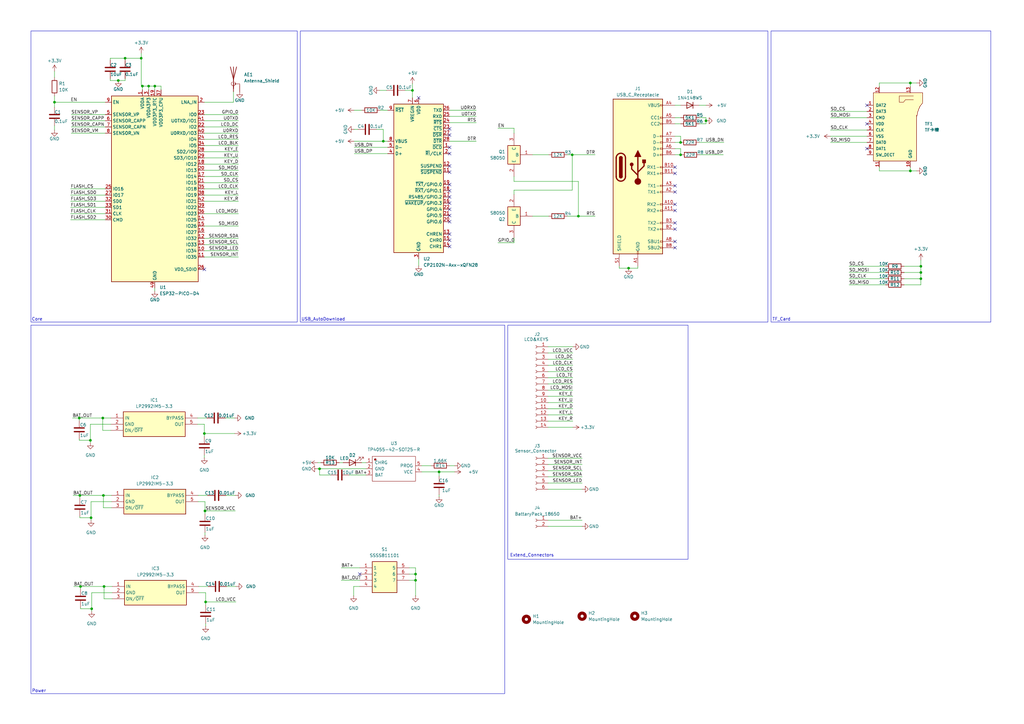
<source format=kicad_sch>
(kicad_sch (version 20231120) (generator "eeschema") (generator_version "8.0")
  (paper "A3")
  (junction (at 377.698 111.76))
  (junction (at 84.328 246.888))
  (junction (at 373.38 70.104))
  (junction (at 237.236 88.646))
  (junction (at 32.766 203.2))
  (junction (at 58.42 35.306))
  (junction (at 37.592 249.682))
  (junction (at 33.02 240.538))
  (junction (at 42.418 203.2))
  (junction (at 169.164 37.084))
  (junction (at 279.146 58.42))
  (junction (at 373.38 34.036))
  (junction (at 48.514 33.02))
  (junction (at 32.512 171.45))
  (junction (at 42.164 171.45))
  (junction (at 63.5 35.306))
  (junction (at 57.912 23.876))
  (junction (at 37.084 180.594))
  (junction (at 257.81 109.982))
  (junction (at 131.064 192.278))
  (junction (at 234.696 63.5))
  (junction (at 83.82 177.8))
  (junction (at 289.56 49.53))
  (junction (at 84.074 209.55))
  (junction (at 279.146 63.5))
  (junction (at 377.698 114.3))
  (junction (at 180.086 193.548))
  (junction (at 170.434 235.458))
  (junction (at 37.338 212.344))
  (junction (at 51.308 23.876))
  (junction (at 42.672 240.538))
  (junction (at 22.352 41.91))
  (junction (at 377.698 109.22))
  (junction (at 60.96 35.306))
  (junction (at 157.226 57.912))
  (junction (at 170.434 237.998))
  (no_connect (at 355.6 43.18))
  (no_connect (at 184.404 96.012))
  (no_connect (at 355.6 60.96))
  (no_connect (at 184.404 60.452))
  (no_connect (at 276.86 91.44))
  (no_connect (at 184.404 78.232))
  (no_connect (at 276.86 71.12))
  (no_connect (at 184.404 55.372))
  (no_connect (at 276.86 76.2))
  (no_connect (at 184.404 70.612))
  (no_connect (at 184.404 80.772))
  (no_connect (at 276.86 101.6))
  (no_connect (at 184.404 83.312))
  (no_connect (at 171.704 40.132))
  (no_connect (at 184.404 101.092))
  (no_connect (at 184.404 75.692))
  (no_connect (at 184.404 90.932))
  (no_connect (at 276.86 68.58))
  (no_connect (at 276.86 86.36))
  (no_connect (at 276.86 83.82))
  (no_connect (at 184.404 85.852))
  (no_connect (at 147.574 235.458))
  (no_connect (at 276.86 99.06))
  (no_connect (at 184.404 88.392))
  (no_connect (at 184.404 68.072))
  (no_connect (at 276.86 78.74))
  (no_connect (at 355.6 50.8))
  (no_connect (at 184.404 52.832))
  (no_connect (at 184.404 62.992))
  (no_connect (at 184.404 98.552))
  (no_connect (at 276.86 93.98))
  (no_connect (at 83.82 110.49))
  (wire (pts (xy 83.82 69.85) (xy 97.79 69.85)))
  (wire (pts (xy 145.288 60.452) (xy 159.004 60.452)))
  (wire (pts (xy 28.956 82.55) (xy 43.18 82.55)))
  (wire (pts (xy 340.614 55.88) (xy 355.6 55.88)))
  (wire (pts (xy 83.82 52.07) (xy 97.79 52.07)))
  (wire (pts (xy 234.95 162.56) (xy 224.79 162.56)))
  (wire (pts (xy 171.704 108.966) (xy 171.704 106.172)))
  (wire (pts (xy 83.82 57.15) (xy 97.79 57.15)))
  (wire (pts (xy 377.698 114.3) (xy 377.698 111.76)))
  (wire (pts (xy 360.68 70.104) (xy 373.38 70.104)))
  (wire (pts (xy 42.672 245.618) (xy 42.672 240.538)))
  (wire (pts (xy 377.698 111.76) (xy 377.698 109.22)))
  (wire (pts (xy 37.338 205.74) (xy 37.338 212.344)))
  (wire (pts (xy 83.82 67.31) (xy 97.79 67.31)))
  (wire (pts (xy 45.212 23.876) (xy 51.308 23.876)))
  (wire (pts (xy 83.82 177.8) (xy 83.82 179.07)))
  (wire (pts (xy 166.116 37.084) (xy 169.164 37.084)))
  (wire (pts (xy 32.512 180.594) (xy 37.084 180.594)))
  (wire (pts (xy 139.954 237.998) (xy 147.574 237.998)))
  (wire (pts (xy 51.308 23.876) (xy 57.912 23.876)))
  (wire (pts (xy 224.79 213.36) (xy 238.76 213.36)))
  (wire (pts (xy 373.38 70.104) (xy 373.38 68.58)))
  (wire (pts (xy 95.758 37.592) (xy 95.758 41.91)))
  (wire (pts (xy 45.212 24.638) (xy 45.212 23.876)))
  (wire (pts (xy 155.702 37.084) (xy 158.496 37.084)))
  (wire (pts (xy 81.026 173.99) (xy 83.82 173.99)))
  (wire (pts (xy 29.21 54.61) (xy 43.18 54.61)))
  (wire (pts (xy 180.086 193.548) (xy 172.974 193.548)))
  (wire (pts (xy 130.302 189.738) (xy 131.572 189.738)))
  (wire (pts (xy 51.308 23.876) (xy 51.308 24.638)))
  (wire (pts (xy 28.956 87.63) (xy 43.18 87.63)))
  (wire (pts (xy 261.62 109.982) (xy 257.81 109.982)))
  (wire (pts (xy 373.38 34.036) (xy 360.68 34.036)))
  (wire (pts (xy 45.212 32.258) (xy 45.212 33.02)))
  (wire (pts (xy 145.288 57.912) (xy 157.226 57.912)))
  (wire (pts (xy 279.146 43.18) (xy 276.86 43.18)))
  (wire (pts (xy 143.256 194.818) (xy 150.114 194.818)))
  (wire (pts (xy 234.95 149.86) (xy 224.79 149.86)))
  (wire (pts (xy 238.76 198.12) (xy 224.79 198.12)))
  (wire (pts (xy 234.95 170.18) (xy 224.79 170.18)))
  (wire (pts (xy 234.95 160.02) (xy 224.79 160.02)))
  (wire (pts (xy 234.95 172.72) (xy 224.79 172.72)))
  (wire (pts (xy 180.086 203.708) (xy 180.086 202.946)))
  (wire (pts (xy 224.79 187.96) (xy 238.76 187.96)))
  (wire (pts (xy 96.774 240.538) (xy 92.964 240.538)))
  (wire (pts (xy 238.76 195.58) (xy 224.79 195.58)))
  (wire (pts (xy 234.95 157.48) (xy 224.79 157.48)))
  (wire (pts (xy 224.79 190.5) (xy 238.76 190.5)))
  (wire (pts (xy 286.766 50.8) (xy 289.56 50.8)))
  (wire (pts (xy 29.21 46.99) (xy 43.18 46.99)))
  (wire (pts (xy 279.146 48.26) (xy 276.86 48.26)))
  (wire (pts (xy 37.338 212.344) (xy 37.338 213.36)))
  (wire (pts (xy 42.672 240.538) (xy 45.974 240.538)))
  (wire (pts (xy 218.44 63.5) (xy 225.044 63.5)))
  (wire (pts (xy 83.82 102.87) (xy 97.79 102.87)))
  (wire (pts (xy 84.074 205.74) (xy 84.074 209.55)))
  (wire (pts (xy 375.92 34.036) (xy 373.38 34.036)))
  (wire (pts (xy 84.074 219.456) (xy 84.074 218.44)))
  (wire (pts (xy 37.084 180.594) (xy 37.084 181.61)))
  (wire (pts (xy 83.82 72.39) (xy 97.79 72.39)))
  (wire (pts (xy 287.02 63.5) (xy 296.672 63.5)))
  (wire (pts (xy 131.064 194.818) (xy 131.064 192.278)))
  (wire (pts (xy 84.328 246.888) (xy 96.774 246.888)))
  (wire (pts (xy 186.436 191.008) (xy 184.404 191.008)))
  (wire (pts (xy 84.328 246.888) (xy 84.328 248.158)))
  (wire (pts (xy 377.698 116.84) (xy 377.698 114.3)))
  (wire (pts (xy 85.344 240.538) (xy 81.534 240.538)))
  (wire (pts (xy 66.04 35.306) (xy 63.5 35.306)))
  (wire (pts (xy 169.164 34.29) (xy 169.164 37.084)))
  (wire (pts (xy 83.82 64.77) (xy 97.79 64.77)))
  (wire (pts (xy 237.236 74.422) (xy 237.236 88.646)))
  (wire (pts (xy 32.766 203.2) (xy 42.418 203.2)))
  (wire (pts (xy 37.084 173.99) (xy 37.084 180.594)))
  (wire (pts (xy 155.956 45.212) (xy 159.004 45.212)))
  (wire (pts (xy 29.21 52.07) (xy 43.18 52.07)))
  (wire (pts (xy 289.56 43.18) (xy 286.766 43.18)))
  (wire (pts (xy 169.164 37.084) (xy 169.164 40.132)))
  (wire (pts (xy 130.302 192.278) (xy 131.064 192.278)))
  (wire (pts (xy 234.95 154.94) (xy 224.79 154.94)))
  (wire (pts (xy 370.84 111.76) (xy 377.698 111.76)))
  (wire (pts (xy 170.434 232.918) (xy 170.434 235.458)))
  (wire (pts (xy 63.5 35.306) (xy 63.5 36.83)))
  (wire (pts (xy 66.04 36.83) (xy 66.04 35.306)))
  (wire (pts (xy 139.192 189.738) (xy 140.716 189.738)))
  (wire (pts (xy 279.146 60.96) (xy 279.146 63.5)))
  (wire (pts (xy 131.064 192.278) (xy 150.114 192.278)))
  (wire (pts (xy 157.226 57.912) (xy 159.004 57.912)))
  (wire (pts (xy 32.512 171.45) (xy 42.164 171.45)))
  (wire (pts (xy 204.216 52.578) (xy 210.82 52.578)))
  (wire (pts (xy 29.21 49.53) (xy 43.18 49.53)))
  (wire (pts (xy 22.352 29.21) (xy 22.352 31.75)))
  (wire (pts (xy 22.352 53.34) (xy 22.352 51.562)))
  (wire (pts (xy 348.234 109.22) (xy 363.22 109.22)))
  (wire (pts (xy 348.234 111.76) (xy 363.22 111.76)))
  (wire (pts (xy 148.336 189.738) (xy 150.114 189.738)))
  (wire (pts (xy 238.76 193.04) (xy 224.79 193.04)))
  (wire (pts (xy 370.84 116.84) (xy 377.698 116.84)))
  (wire (pts (xy 340.614 45.72) (xy 355.6 45.72)))
  (wire (pts (xy 154.432 53.086) (xy 157.226 53.086)))
  (wire (pts (xy 170.434 235.458) (xy 170.434 237.998)))
  (wire (pts (xy 37.592 243.078) (xy 37.592 249.682)))
  (wire (pts (xy 279.146 55.88) (xy 279.146 58.42)))
  (wire (pts (xy 234.95 165.1) (xy 224.79 165.1)))
  (wire (pts (xy 289.56 48.26) (xy 289.56 49.53)))
  (wire (pts (xy 195.326 57.912) (xy 184.404 57.912)))
  (wire (pts (xy 57.912 21.844) (xy 57.912 23.876)))
  (wire (pts (xy 83.82 80.01) (xy 97.79 80.01)))
  (wire (pts (xy 32.512 180.086) (xy 32.512 180.594)))
  (wire (pts (xy 45.466 176.53) (xy 42.164 176.53)))
  (wire (pts (xy 45.72 208.28) (xy 42.418 208.28)))
  (wire (pts (xy 32.766 204.216) (xy 32.766 203.2)))
  (wire (pts (xy 167.894 235.458) (xy 170.434 235.458)))
  (wire (pts (xy 33.02 249.174) (xy 33.02 249.682)))
  (wire (pts (xy 254 109.22) (xy 254 109.982)))
  (wire (pts (xy 28.956 90.17) (xy 43.18 90.17)))
  (wire (pts (xy 33.02 240.538) (xy 42.672 240.538)))
  (wire (pts (xy 83.82 100.33) (xy 97.79 100.33)))
  (wire (pts (xy 63.5 118.11) (xy 63.5 119.38)))
  (wire (pts (xy 232.664 88.646) (xy 237.236 88.646)))
  (wire (pts (xy 28.956 80.01) (xy 43.18 80.01)))
  (wire (pts (xy 51.308 32.258) (xy 51.308 33.02)))
  (wire (pts (xy 60.96 36.83) (xy 60.96 35.306)))
  (wire (pts (xy 42.418 203.2) (xy 45.72 203.2)))
  (wire (pts (xy 210.82 72.39) (xy 210.82 74.422)))
  (wire (pts (xy 33.02 241.554) (xy 33.02 240.538)))
  (wire (pts (xy 83.82 177.8) (xy 96.266 177.8)))
  (wire (pts (xy 83.82 77.47) (xy 97.79 77.47)))
  (wire (pts (xy 42.418 208.28) (xy 42.418 203.2)))
  (wire (pts (xy 340.614 58.42) (xy 355.6 58.42)))
  (wire (pts (xy 37.592 249.682) (xy 37.592 250.698)))
  (wire (pts (xy 57.912 23.876) (xy 57.912 35.306)))
  (wire (pts (xy 276.86 60.96) (xy 279.146 60.96)))
  (wire (pts (xy 85.09 203.2) (xy 81.28 203.2)))
  (wire (pts (xy 139.954 232.918) (xy 147.574 232.918)))
  (wire (pts (xy 96.52 203.2) (xy 92.71 203.2)))
  (wire (pts (xy 42.164 176.53) (xy 42.164 171.45)))
  (wire (pts (xy 58.42 35.306) (xy 57.912 35.306)))
  (wire (pts (xy 83.82 82.55) (xy 97.79 82.55)))
  (wire (pts (xy 96.266 171.45) (xy 92.456 171.45)))
  (wire (pts (xy 28.956 85.09) (xy 43.18 85.09)))
  (wire (pts (xy 42.164 171.45) (xy 45.466 171.45)))
  (wire (pts (xy 289.56 50.8) (xy 289.56 49.53)))
  (wire (pts (xy 84.328 256.794) (xy 84.328 255.778)))
  (wire (pts (xy 145.034 240.538) (xy 147.574 240.538)))
  (wire (pts (xy 340.614 48.26) (xy 355.6 48.26)))
  (wire (pts (xy 83.82 62.23) (xy 97.79 62.23)))
  (wire (pts (xy 210.82 54.61) (xy 210.82 52.578)))
  (wire (pts (xy 45.974 245.618) (xy 42.672 245.618)))
  (wire (pts (xy 261.62 109.22) (xy 261.62 109.982)))
  (wire (pts (xy 135.636 194.818) (xy 131.064 194.818)))
  (wire (pts (xy 286.766 48.26) (xy 289.56 48.26)))
  (wire (pts (xy 145.288 62.992) (xy 159.004 62.992)))
  (wire (pts (xy 83.82 41.91) (xy 95.758 41.91)))
  (wire (pts (xy 22.352 41.91) (xy 22.352 43.942)))
  (wire (pts (xy 170.434 237.998) (xy 170.434 244.348)))
  (wire (pts (xy 234.696 63.5) (xy 244.094 63.5)))
  (wire (pts (xy 377.698 109.22) (xy 377.698 106.68)))
  (wire (pts (xy 276.86 55.88) (xy 279.146 55.88)))
  (wire (pts (xy 33.02 249.682) (xy 37.592 249.682)))
  (wire (pts (xy 234.696 77.978) (xy 234.696 63.5)))
  (wire (pts (xy 51.308 33.02) (xy 48.514 33.02)))
  (wire (pts (xy 340.614 53.34) (xy 355.6 53.34)))
  (wire (pts (xy 83.82 173.99) (xy 83.82 177.8)))
  (wire (pts (xy 195.326 45.212) (xy 184.404 45.212)))
  (wire (pts (xy 286.766 58.42) (xy 296.926 58.42)))
  (wire (pts (xy 170.434 237.998) (xy 167.894 237.998)))
  (wire (pts (xy 234.95 175.26) (xy 224.79 175.26)))
  (wire (pts (xy 234.95 167.64) (xy 224.79 167.64)))
  (wire (pts (xy 45.72 205.74) (xy 37.338 205.74)))
  (wire (pts (xy 157.226 53.086) (xy 157.226 57.912)))
  (wire (pts (xy 279.146 63.5) (xy 279.4 63.5)))
  (wire (pts (xy 375.92 70.104) (xy 373.38 70.104)))
  (wire (pts (xy 29.718 171.45) (xy 32.512 171.45)))
  (wire (pts (xy 84.836 171.45) (xy 81.026 171.45)))
  (wire (pts (xy 83.82 92.71) (xy 97.79 92.71)))
  (wire (pts (xy 360.68 68.58) (xy 360.68 70.104)))
  (wire (pts (xy 83.82 105.41) (xy 97.79 105.41)))
  (wire (pts (xy 254 109.982) (xy 257.81 109.982)))
  (wire (pts (xy 195.326 50.292) (xy 184.404 50.292)))
  (wire (pts (xy 224.79 144.78) (xy 234.95 144.78)))
  (wire (pts (xy 232.664 63.5) (xy 234.696 63.5)))
  (wire (pts (xy 373.38 35.56) (xy 373.38 34.036)))
  (wire (pts (xy 28.956 77.47) (xy 43.18 77.47)))
  (wire (pts (xy 218.44 88.646) (xy 225.044 88.646)))
  (wire (pts (xy 237.236 88.646) (xy 244.094 88.646)))
  (wire (pts (xy 279.146 58.42) (xy 276.86 58.42)))
  (wire (pts (xy 348.234 116.84) (xy 363.22 116.84)))
  (wire (pts (xy 81.28 205.74) (xy 84.074 205.74)))
  (wire (pts (xy 238.76 215.9) (xy 224.79 215.9)))
  (wire (pts (xy 45.466 173.99) (xy 37.084 173.99)))
  (wire (pts (xy 234.95 147.32) (xy 224.79 147.32)))
  (wire (pts (xy 22.352 41.91) (xy 43.18 41.91)))
  (wire (pts (xy 234.95 152.4) (xy 224.79 152.4)))
  (wire (pts (xy 45.212 33.02) (xy 48.514 33.02)))
  (wire (pts (xy 83.82 74.93) (xy 97.79 74.93)))
  (wire (pts (xy 32.512 172.466) (xy 32.512 171.45)))
  (wire (pts (xy 22.352 39.37) (xy 22.352 41.91)))
  (wire (pts (xy 83.82 87.63) (xy 97.79 87.63)))
  (wire (pts (xy 83.82 46.99) (xy 97.79 46.99)))
  (wire (pts (xy 45.974 243.078) (xy 37.592 243.078)))
  (wire (pts (xy 84.074 209.55) (xy 84.074 210.82)))
  (wire (pts (xy 210.82 74.422) (xy 237.236 74.422)))
  (wire (pts (xy 370.84 109.22) (xy 377.698 109.22)))
  (wire (pts (xy 145.034 244.348) (xy 145.034 240.538)))
  (wire (pts (xy 370.84 114.3) (xy 377.698 114.3)))
  (wire (pts (xy 180.086 195.326) (xy 180.086 193.548)))
  (wire (pts (xy 83.82 49.53) (xy 97.79 49.53)))
  (wire (pts (xy 83.82 54.61) (xy 97.79 54.61)))
  (wire (pts (xy 30.226 240.538) (xy 33.02 240.538)))
  (wire (pts (xy 167.894 232.918) (xy 170.434 232.918)))
  (wire (pts (xy 145.288 45.212) (xy 148.336 45.212)))
  (wire (pts (xy 32.766 212.344) (xy 37.338 212.344)))
  (wire (pts (xy 210.82 79.756) (xy 210.82 77.978)))
  (wire (pts (xy 32.766 211.836) (xy 32.766 212.344)))
  (wire (pts (xy 145.288 53.086) (xy 146.812 53.086)))
  (wire (pts (xy 83.82 59.69) (xy 97.79 59.69)))
  (wire (pts (xy 81.534 243.078) (xy 84.328 243.078)))
  (wire (pts (xy 279.146 63.5) (xy 276.86 63.5)))
  (wire (pts (xy 84.074 209.55) (xy 96.52 209.55)))
  (wire (pts (xy 29.972 203.2) (xy 32.766 203.2)))
  (wire (pts (xy 186.436 193.548) (xy 180.086 193.548)))
  (wire (pts (xy 60.96 35.306) (xy 63.5 35.306)))
  (wire (pts (xy 83.82 97.79) (xy 97.79 97.79)))
  (wire (pts (xy 360.68 34.036) (xy 360.68 35.56)))
  (wire (pts (xy 238.76 200.66) (xy 224.79 200.66)))
  (wire (pts (xy 204.216 99.568) (xy 210.82 99.568)))
  (wire (pts (xy 84.328 243.078) (xy 84.328 246.888)))
  (wire (pts (xy 234.95 142.24) (xy 224.79 142.24)))
  (wire (pts (xy 58.42 35.306) (xy 60.96 35.306)))
  (wire (pts (xy 210.82 97.536) (xy 210.82 99.568)))
  (wire (pts (xy 58.42 35.306) (xy 58.42 36.83)))
  (wire (pts (xy 279.146 50.8) (xy 276.86 50.8)))
  (wire (pts (xy 210.82 77.978) (xy 234.696 77.978)))
  (wire (pts (xy 176.784 191.008) (xy 172.974 191.008)))
  (wire (pts (xy 348.234 114.3) (xy 363.22 114.3)))
  (wire (pts (xy 83.82 187.706) (xy 83.82 186.69)))
  (wire (pts (xy 195.326 47.752) (xy 184.404 47.752)))
  (rectangle (start 316.23 12.7) (end 406.4 132.08))
  (rectangle (start 12.7 133.35) (end 207.01 284.48))
  (rectangle (start 208.28 133.35) (end 282.194 229.362))
  (rectangle (start 12.7 12.7) (end 121.92 132.08))
  (rectangle (start 123.19 12.7) (end 314.96 132.08))
  (text "TF_Card" (at 320.548 131.064 0) (effects (font (size 1.27 1.27))))
  (text "Extend_Connectors" (at 218.186 227.838 0) (effects (font (size 1.27 1.27))))
  (text "USB_AutoDownload" (at 132.588 131.064 0) (effects (font (size 1.27 1.27))))
  (text "Power" (at 16.002 283.464 0) (effects (font (size 1.27 1.27))))
  (text "Core" (at 15.24 131.064 0) (effects (font (size 1.27 1.27))))
  (label "SD_MOSI" (at 348.234 111.76 0))
  (label "SD_MISO" (at 97.79 92.71 180))
  (label "BAT+" (at 145.542 194.818 0))
  (label "SENSOR_VP" (at 29.21 46.99 0))
  (label "U0TXD" (at 97.79 49.53 180))
  (label "SENSOR_INT" (at 97.79 105.41 180))
  (label "LCD_MOSI" (at 234.95 160.02 180))
  (label "LCD_VCC" (at 96.774 246.888 180))
  (label "SENSOR_VCC" (at 96.52 209.55 180))
  (label "KEY_L" (at 97.79 80.01 180))
  (label "RTS" (at 195.326 50.292 180))
  (label "FLASH_SD3" (at 28.956 82.55 0))
  (label "U0RXD" (at 97.79 54.61 180))
  (label "SENSOR_LED" (at 97.79 102.87 180))
  (label "USB_DP" (at 145.288 62.992 0))
  (label "LCD_RES" (at 97.79 57.15 180))
  (label "BAT_OUT" (at 29.718 171.45 0))
  (label "FLASH_SD1" (at 28.956 85.09 0))
  (label "SENSOR_CAPN" (at 29.21 52.07 0))
  (label "EN" (at 204.216 52.578 0))
  (label "FLASH_CLK" (at 28.956 87.63 0))
  (label "SENSOR_SCL" (at 238.76 193.04 180))
  (label "SENSOR_SDA" (at 238.76 195.58 180))
  (label "SD_CLK" (at 348.234 114.3 0))
  (label "BAT+" (at 238.76 213.36 180))
  (label "KEY_D" (at 234.95 167.64 180))
  (label "LCD_CS" (at 234.95 152.4 180))
  (label "LCD_DC" (at 97.79 52.07 180))
  (label "SD_MISO" (at 348.234 116.84 0))
  (label "BAT_OUT" (at 139.954 237.998 0))
  (label "FLASH_SD0" (at 28.956 80.01 0))
  (label "U0RXD" (at 195.326 45.212 180))
  (label "SENSOR_SCL" (at 97.79 100.33 180))
  (label "KEY_E" (at 234.95 162.56 180))
  (label "SENSOR_VM" (at 29.21 54.61 0))
  (label "SENSOR_CAPP" (at 29.21 49.53 0))
  (label "KEY_D" (at 97.79 67.31 180))
  (label "BAT_OUT" (at 30.226 240.538 0))
  (label "KEY_R" (at 97.79 82.55 180))
  (label "SD_MOSI" (at 340.614 48.26 0))
  (label "LCD_CLK" (at 234.95 149.86 180))
  (label "LCD_DC" (at 234.95 147.32 180))
  (label "GPIO_0" (at 97.79 46.99 180))
  (label "FLASH_CS" (at 28.956 77.47 0))
  (label "KEY_E" (at 97.79 62.23 180))
  (label "SD_CS" (at 340.614 45.72 0))
  (label "LCD_TE" (at 234.95 154.94 180))
  (label "DTR" (at 195.326 57.912 180))
  (label "BAT+" (at 139.954 232.918 0))
  (label "LCD_VCC" (at 234.95 144.78 180))
  (label "BAT_OUT" (at 29.972 203.2 0))
  (label "EN" (at 28.956 41.91 0))
  (label "GPIO_0" (at 204.216 99.568 0))
  (label "USB_DN" (at 296.926 58.42 180))
  (label "U0TXD" (at 195.326 47.752 180))
  (label "SD_MOSI" (at 97.79 69.85 180))
  (label "KEY_U" (at 234.95 165.1 180))
  (label "KEY_R" (at 234.95 172.72 180))
  (label "SD_CS" (at 97.79 74.93 180))
  (label "SENSOR_SDA" (at 97.79 97.79 180))
  (label "USB_DP" (at 296.672 63.5 180))
  (label "SENSOR_VCC" (at 238.76 187.96 180))
  (label "LCD_RES" (at 234.95 157.48 180))
  (label "SD_CLK" (at 340.614 53.34 0))
  (label "SD_CLK" (at 97.79 72.39 180))
  (label "RTS" (at 244.094 88.646 180))
  (label "KEY_U" (at 97.79 64.77 180))
  (label "USB_DN" (at 145.288 60.452 0))
  (label "DTR" (at 244.094 63.5 180))
  (label "LCD_MOSI" (at 97.79 87.63 180))
  (label "SENSOR_INT" (at 238.76 190.5 180))
  (label "LCD_CLK" (at 97.79 77.47 180))
  (label "SD_CS" (at 348.234 109.22 0))
  (label "SD_MISO" (at 340.614 58.42 0))
  (label "SENSOR_LED" (at 238.76 198.12 180))
  (label "FLASH_SD2" (at 28.956 90.17 0))
  (label "LCD_BLK" (at 97.79 59.69 180))
  (label "KEY_L" (at 234.95 170.18 180))
  (symbol (lib_id "power:GND") (at 375.92 70.104 90) (unit 1)
    (property "Reference" "#PWR029" (effects (hide yes)))
    (property "Value" "GND" (at 379.476 70.104 0))
  )
  (symbol (lib_id "SamacSys_Parts:LP2992IM5-3.3") (at 45.974 240.538 0) (unit 1)
    (property "Reference" "IC3" (at 63.754 233.172 0))
    (property "Value" "LP2992IM5-3.3" (at 63.754 235.712 0))
    (property "Footprint" "SOT95P280X145-5N" (effects (hide yes)))
    (property "Datasheet" "https://www.arrow.com/en/products/lp2992im5-3.3/texas-instruments" (effects (hide yes)))
    (property "Height" "1.45" (effects (hide yes)))
    (property "Manufacturer_Name" "Texas Instruments" (effects (hide yes)))
    (property "Manufacturer_Part_Number" "LP2992IM5-3.3" (effects (hide yes)))
    (property "Mouser Part Number" "926-LP2992IM5-33" (effects (hide yes)))
    (property "Mouser Price/Stock" "https://www.mouser.co.uk/ProductDetail/Texas-Instruments/LP2992IM5-33?qs=1FNqv8aZn1QY2f6tBFhcqg%3D%3D" (effects (hide yes)))
    (property "Arrow Part Number" "LP2992IM5-3.3" (effects (hide yes)))
    (property "Arrow Price/Stock" "https://www.arrow.com/en/products/lp2992im5-3.3/texas-instruments" (effects (hide yes)))
  )
  (symbol (lib_id "power:GND") (at 98.298 37.592 0) (unit 1)
    (property "Reference" "#PWR06" (effects (hide yes)))
    (property "Value" "GND" (at 98.298 41.148 0))
  )
  (symbol (lib_id "Device:R") (at 228.854 88.646 90) (unit 1)
    (property "Reference" "R4" (at 232.918 87.63 90))
    (property "Value" "12K" (at 228.854 88.646 90))
    (property "Footprint" "Resistor_SMD:R_0603_1608Metric" (effects (hide yes)))
  )
  (symbol (lib_id "kicad_lceda:TF卡槽") (at 367.03 52.07 270) (unit 1)
    (property "Reference" "TF1" (at 379.222 50.8 90) (effects (justify left)))
    (property "Value" "TF卡槽" (at 379.222 53.34 90) (effects (justify left)))
    (property "Footprint" "kicad_lceda1:TF卡槽" (effects (hide yes)))
    (property "uuid" "std:11ba7b1a7aea4914bbc126b9367620a9" (effects (hide yes)))
  )
  (symbol (lib_id "SamacSys_Parts:LP2992IM5-3.3") (at 45.72 203.2 0) (unit 1)
    (property "Reference" "IC2" (at 63.5 195.834 0))
    (property "Value" "LP2992IM5-3.3" (at 63.5 198.374 0))
    (property "Footprint" "SOT95P280X145-5N" (effects (hide yes)))
    (property "Datasheet" "https://www.arrow.com/en/products/lp2992im5-3.3/texas-instruments" (effects (hide yes)))
    (property "Height" "1.45" (effects (hide yes)))
    (property "Manufacturer_Name" "Texas Instruments" (effects (hide yes)))
    (property "Manufacturer_Part_Number" "LP2992IM5-3.3" (effects (hide yes)))
    (property "Mouser Part Number" "926-LP2992IM5-33" (effects (hide yes)))
    (property "Mouser Price/Stock" "https://www.mouser.co.uk/ProductDetail/Texas-Instruments/LP2992IM5-33?qs=1FNqv8aZn1QY2f6tBFhcqg%3D%3D" (effects (hide yes)))
    (property "Arrow Part Number" "LP2992IM5-3.3" (effects (hide yes)))
    (property "Arrow Price/Stock" "https://www.arrow.com/en/products/lp2992im5-3.3/texas-instruments" (effects (hide yes)))
  )
  (symbol (lib_id "power:+5V") (at 186.436 193.548 270) (unit 1)
    (property "Reference" "#PWR034" (effects (hide yes)))
    (property "Value" "+5V" (at 192.024 193.548 90) (effects (justify left)))
  )
  (symbol (lib_id "Device:C") (at 84.074 214.63 0) (unit 1)
    (property "Reference" "C10" (at 84.328 212.598 0) (effects (justify left)))
    (property "Value" "1uF" (at 84.328 216.916 0) (effects (justify left)))
    (property "Footprint" "Capacitor_SMD:C_0603_1608Metric" (effects (hide yes)))
  )
  (symbol (lib_id "Device:R") (at 152.146 45.212 90) (unit 1)
    (property "Reference" "R2" (at 156.21 44.196 90))
    (property "Value" "10K" (at 152.146 45.212 90))
    (property "Footprint" "Resistor_SMD:R_0603_1608Metric" (effects (hide yes)))
  )
  (symbol (lib_id "power:GND") (at 238.76 200.66 90) (unit 1)
    (property "Reference" "#PWR039" (effects (hide yes)))
    (property "Value" "GND" (at 241.554 200.66 90) (effects (justify right)))
  )
  (symbol (lib_id "power:+5V") (at 145.288 57.912 90) (unit 1)
    (property "Reference" "#PWR09" (effects (hide yes)))
    (property "Value" "+5V" (at 141.224 57.912 90) (effects (justify left)))
  )
  (symbol (lib_id "power:+3.3V") (at 22.352 29.21 0) (unit 1)
    (property "Reference" "#PWR01" (effects (hide yes)))
    (property "Value" "+3.3V" (at 22.352 24.892 0))
  )
  (symbol (lib_id "power:GND") (at 96.774 240.538 90) (unit 1)
    (property "Reference" "#PWR025" (effects (hide yes)))
    (property "Value" "GND" (at 100.838 240.538 90) (effects (justify right)))
  )
  (symbol (lib_id "power:GND") (at 234.95 142.24 90) (unit 1)
    (property "Reference" "#PWR035" (effects (hide yes)))
    (property "Value" "GND" (at 237.744 142.24 90) (effects (justify right)))
  )
  (symbol (lib_id "power:GND") (at 180.086 203.708 0) (unit 1)
    (property "Reference" "#PWR032" (effects (hide yes)))
    (property "Value" "GND" (at 180.086 207.264 0))
  )
  (symbol (lib_id "power:GND") (at 48.514 33.02 0) (unit 1)
    (property "Reference" "#PWR03" (effects (hide yes)))
    (property "Value" "GND" (at 48.514 36.576 0))
  )
  (symbol (lib_id "Device:C") (at 139.446 194.818 90) (unit 1)
    (property "Reference" "C15" (at 138.176 193.802 90) (effects (justify left)))
    (property "Value" "10uF" (at 145.288 193.802 90) (effects (justify left)))
    (property "Footprint" "Capacitor_SMD:C_0603_1608Metric" (effects (hide yes)))
  )
  (symbol (lib_id "power:GND") (at 96.266 171.45 90) (unit 1)
    (property "Reference" "#PWR022" (effects (hide yes)))
    (property "Value" "GND" (at 100.33 171.45 90) (effects (justify right)))
  )
  (symbol (lib_id "power:GND") (at 37.592 250.698 0) (unit 1)
    (property "Reference" "#PWR018" (effects (hide yes)))
    (property "Value" "GND" (at 37.592 255.778 0))
  )
  (symbol (lib_id "Device:C") (at 84.328 251.968 0) (unit 1)
    (property "Reference" "C11" (at 84.582 249.936 0) (effects (justify left)))
    (property "Value" "1uF" (at 84.582 254.254 0) (effects (justify left)))
    (property "Footprint" "Capacitor_SMD:C_0603_1608Metric" (effects (hide yes)))
  )
  (symbol (lib_id "power:GND") (at 84.328 256.794 0) (unit 1)
    (property "Reference" "#PWR021" (effects (hide yes)))
    (property "Value" "GND" (at 84.328 261.874 0))
  )
  (symbol (lib_id "Connector:USB_C_Receptacle") (at 261.62 68.58 0) (unit 1)
    (property "Reference" "J1" (at 261.62 36.322 0))
    (property "Value" "USB_C_Receptacle" (at 261.62 38.862 0))
    (property "Footprint" "Connector_USB:USB_C_Receptacle_XKB_U262-16XN-4BVC11" (effects (hide yes)))
    (property "Datasheet" "https://www.usb.org/sites/default/files/documents/usb_type-c.zip" (effects (hide yes)))
  )
  (symbol (lib_name "GND_1") (lib_id "power:GND") (at 170.434 244.348 0) (unit 1)
    (property "Reference" "#PWR036" (effects (hide yes)))
    (property "Value" "GND" (at 170.434 249.428 0))
    (property "Description" "Power symbol creates a global label with name \"GND\" , ground" (effects (hide yes)))
  )
  (symbol (lib_id "Device:R") (at 228.854 63.5 90) (unit 1)
    (property "Reference" "R3" (at 232.918 62.484 90))
    (property "Value" "12K" (at 228.854 63.5 90))
    (property "Footprint" "Resistor_SMD:R_0603_1608Metric" (effects (hide yes)))
  )
  (symbol (lib_id "power:GND") (at 84.074 219.456 0) (unit 1)
    (property "Reference" "#PWR020" (effects (hide yes)))
    (property "Value" "GND" (at 84.074 224.536 0))
  )
  (symbol (lib_id "Device:R") (at 367.03 111.76 90) (unit 1)
    (property "Reference" "R10" (at 367.03 111.76 90))
    (property "Value" "10K" (at 362.458 110.744 90))
    (property "Footprint" "Resistor_SMD:R_0603_1608Metric" (effects (hide yes)))
  )
  (symbol (lib_id "Mechanical:MountingHole") (at 215.9 254 0) (unit 1)
    (property "Reference" "H1" (at 218.44 252.7299 0) (effects (justify left)))
    (property "Value" "MountingHole" (at 218.44 255.2699 0) (effects (justify left)))
    (property "Footprint" "MountingHole:MountingHole_2.2mm_M2" (effects (hide yes)))
    (property "Description" "Mounting Hole without connection" (effects (hide yes)))
  )
  (symbol (lib_id "Device:C") (at 32.766 208.026 0) (unit 1)
    (property "Reference" "C7" (at 33.02 205.994 0) (effects (justify left)))
    (property "Value" "1uF" (at 33.02 210.312 0) (effects (justify left)))
    (property "Footprint" "Capacitor_SMD:C_0603_1608Metric" (effects (hide yes)))
  )
  (symbol (lib_id "power:GND") (at 171.704 108.966 0) (unit 1)
    (property "Reference" "#PWR012" (effects (hide yes)))
    (property "Value" "GND" (at 171.704 112.522 0))
  )
  (symbol (lib_id "Device:C") (at 89.154 240.538 90) (unit 1)
    (property "Reference" "C14" (at 88.138 239.522 90) (effects (justify left)))
    (property "Value" "0.01uF" (at 96.774 239.522 90) (effects (justify left)))
    (property "Footprint" "Capacitor_SMD:C_0603_1608Metric" (effects (hide yes)))
  )
  (symbol (lib_id "power:+3.3V") (at 96.266 177.8 270) (unit 1)
    (property "Reference" "#PWR023" (effects (hide yes)))
    (property "Value" "+3.3V" (at 99.314 177.8 90) (effects (justify left)))
  )
  (symbol (lib_id "Device:R") (at 282.956 48.26 90) (unit 1)
    (property "Reference" "R5" (at 287.02 47.244 90))
    (property "Value" "5K1" (at 282.956 48.26 90))
    (property "Footprint" "Resistor_SMD:R_0603_1608Metric" (effects (hide yes)))
  )
  (symbol (lib_id "Device:C") (at 150.622 53.086 90) (unit 1)
    (property "Reference" "C4" (at 149.352 51.816 90) (effects (justify left)))
    (property "Value" "0.1uF" (at 157.226 51.816 90) (effects (justify left)))
    (property "Footprint" "Capacitor_SMD:C_0603_1608Metric" (effects (hide yes)))
  )
  (symbol (lib_id "SamacSys_Parts:LP2992IM5-3.3") (at 45.466 171.45 0) (unit 1)
    (property "Reference" "IC1" (at 63.246 164.084 0))
    (property "Value" "LP2992IM5-3.3" (at 63.246 166.624 0))
    (property "Footprint" "SOT95P280X145-5N" (effects (hide yes)))
    (property "Datasheet" "https://www.arrow.com/en/products/lp2992im5-3.3/texas-instruments" (effects (hide yes)))
    (property "Height" "1.45" (effects (hide yes)))
    (property "Manufacturer_Name" "Texas Instruments" (effects (hide yes)))
    (property "Manufacturer_Part_Number" "LP2992IM5-3.3" (effects (hide yes)))
    (property "Mouser Part Number" "926-LP2992IM5-33" (effects (hide yes)))
    (property "Mouser Price/Stock" "https://www.mouser.co.uk/ProductDetail/Texas-Instruments/LP2992IM5-33?qs=1FNqv8aZn1QY2f6tBFhcqg%3D%3D" (effects (hide yes)))
    (property "Arrow Part Number" "LP2992IM5-3.3" (effects (hide yes)))
    (property "Arrow Price/Stock" "https://www.arrow.com/en/products/lp2992im5-3.3/texas-instruments" (effects (hide yes)))
  )
  (symbol (lib_id "Device:C") (at 88.9 203.2 90) (unit 1)
    (property "Reference" "C13" (at 87.884 202.184 90) (effects (justify left)))
    (property "Value" "0.01uF" (at 96.52 202.184 90) (effects (justify left)))
    (property "Footprint" "Capacitor_SMD:C_0603_1608Metric" (effects (hide yes)))
  )
  (symbol (lib_id "power:+3.3V") (at 234.95 175.26 270) (unit 1)
    (property "Reference" "#PWR038" (effects (hide yes)))
    (property "Value" "+3.3V" (at 237.998 175.26 90) (effects (justify left)))
  )
  (symbol (lib_id "Device:R") (at 367.03 114.3 90) (unit 1)
    (property "Reference" "R11" (at 367.03 114.3 90))
    (property "Value" "10K" (at 362.458 113.284 90))
    (property "Footprint" "Resistor_SMD:R_0603_1608Metric" (effects (hide yes)))
  )
  (symbol (lib_id "power:GND") (at 96.52 203.2 90) (unit 1)
    (property "Reference" "#PWR024" (effects (hide yes)))
    (property "Value" "GND" (at 100.584 203.2 90) (effects (justify right)))
  )
  (symbol (lib_id "Device:R") (at 135.382 189.738 90) (unit 1)
    (property "Reference" "R13" (at 135.382 189.738 90))
    (property "Value" "10K" (at 135.382 187.706 90))
    (property "Footprint" "Resistor_SMD:R_0603_1608Metric" (effects (hide yes)))
  )
  (symbol (lib_id "power:GND") (at 63.5 119.38 0) (unit 1)
    (property "Reference" "#PWR05" (effects (hide yes)))
    (property "Value" "GND" (at 63.5 122.936 0))
  )
  (symbol (lib_id "Device:Antenna_Shield") (at 95.758 32.512 0) (unit 1)
    (property "Reference" "AE1" (at 100.076 30.607 0) (effects (justify left)))
    (property "Value" "Antenna_Shield" (at 100.076 33.147 0) (effects (justify left)))
    (property "Footprint" "RF_Antenna:Johanson_2450AT43F0100" (effects (hide yes)))
  )
  (symbol (lib_id "Device:R") (at 367.03 109.22 90) (unit 1)
    (property "Reference" "R9" (at 367.03 109.22 90))
    (property "Value" "10K" (at 362.458 108.204 90))
    (property "Footprint" "Resistor_SMD:R_0603_1608Metric" (effects (hide yes)))
  )
  (symbol (lib_id "kicad_lceda:TP4055-42-SOT25-R") (at 161.544 192.278 0) (unit 1)
    (property "Reference" "U3" (at 161.544 181.864 0))
    (property "Value" "TP4055-42-SOT25-R" (at 161.544 184.404 0))
    (property "Footprint" "kicad_lceda1:SOT-23-5_L2.9-W1.6-P0.95-LS2.8-BL" (effects (hide yes)))
    (property "SuppliersPartNumber" "C2925180" (effects (hide yes)))
    (property "uuid" "std:6f29a4b961dc4e909225a40f3dd98aae" (effects (hide yes)))
  )
  (symbol (lib_id "power:+5V") (at 145.288 45.212 90) (unit 1)
    (property "Reference" "#PWR07" (effects (hide yes)))
    (property "Value" "+5V" (at 141.224 45.212 90) (effects (justify left)))
  )
  (symbol (lib_id "Device:R") (at 282.956 50.8 90) (unit 1)
    (property "Reference" "R6" (at 287.02 49.784 90))
    (property "Value" "5K1" (at 282.956 50.8 90))
    (property "Footprint" "Resistor_SMD:R_0603_1608Metric" (effects (hide yes)))
  )
  (symbol (lib_id "Device:R") (at 367.03 116.84 90) (unit 1)
    (property "Reference" "R12" (at 367.03 116.84 90))
    (property "Value" "10K" (at 362.458 115.824 90))
    (property "Footprint" "Resistor_SMD:R_0603_1608Metric" (effects (hide yes)))
  )
  (symbol (lib_id "Device:C") (at 33.02 245.364 0) (unit 1)
    (property "Reference" "C8" (at 33.274 243.332 0) (effects (justify left)))
    (property "Value" "1uF" (at 33.274 247.65 0) (effects (justify left)))
    (property "Footprint" "Capacitor_SMD:C_0603_1608Metric" (effects (hide yes)))
  )
  (symbol (lib_id "Mechanical:MountingHole") (at 238.76 252.73 0) (unit 1)
    (property "Reference" "H2" (at 241.3 251.4599 0) (effects (justify left)))
    (property "Value" "MountingHole" (at 241.3 253.9999 0) (effects (justify left)))
    (property "Footprint" "MountingHole:MountingHole_2.2mm_M2" (effects (hide yes)))
    (property "Description" "Mounting Hole without connection" (effects (hide yes)))
  )
  (symbol (lib_id "Device:R") (at 282.956 58.42 90) (unit 1)
    (property "Reference" "R7" (at 287.02 57.404 90))
    (property "Value" "22R" (at 282.956 58.42 90))
    (property "Footprint" "Resistor_SMD:R_0603_1608Metric" (effects (hide yes)))
  )
  (symbol (lib_id "Connector:Conn_01x02_Socket") (at 219.71 213.36 0) (mirror y) (unit 1)
    (property "Reference" "J4" (at 220.345 208.28 0))
    (property "Value" "BattaryPack_18650" (at 220.345 210.82 0))
    (property "Footprint" "Resistor_SMD:R_2816_7142Metric_Pad3.20x4.45mm_HandSolder" (effects (hide yes)))
    (property "Description" "Generic connector, single row, 01x02, script generated" (effects (hide yes)))
  )
  (symbol (lib_id "RF_Module:ESP32-PICO-D4") (at 63.5 77.47 0) (unit 1)
    (property "Reference" "U1" (at 65.4559 117.856 0) (effects (justify left)))
    (property "Value" "ESP32-PICO-D4" (at 65.4559 120.396 0) (effects (justify left)))
    (property "Footprint" "Package_DFN_QFN:QFN-48-1EP_7x7mm_P0.5mm_EP5.3x5.3mm" (effects (hide yes)))
    (property "Datasheet" "https://www.espressif.com/sites/default/files/documentation/esp32-pico-d4_datasheet_en.pdf" (effects (hide yes)))
  )
  (symbol (lib_id "Device:R") (at 22.352 35.56 0) (unit 1)
    (property "Reference" "R1" (at 24.13 34.29 0) (effects (justify left)))
    (property "Value" "10K" (at 24.13 36.83 0) (effects (justify left)))
    (property "Footprint" "Resistor_SMD:R_0603_1608Metric" (effects (hide yes)))
  )
  (symbol (lib_id "power:GND") (at 375.92 34.036 90) (unit 1)
    (property "Reference" "#PWR028" (effects (hide yes)))
    (property "Value" "GND" (at 379.476 34.036 0))
  )
  (symbol (lib_id "power:GND") (at 238.76 215.9 90) (unit 1)
    (property "Reference" "#PWR040" (effects (hide yes)))
    (property "Value" "GND" (at 241.554 215.9 90) (effects (justify right)))
  )
  (symbol (lib_id "Device:C") (at 162.306 37.084 90) (unit 1)
    (property "Reference" "C5" (at 161.036 35.814 90) (effects (justify left)))
    (property "Value" "0.1uF" (at 168.91 35.814 90) (effects (justify left)))
    (property "Footprint" "Capacitor_SMD:C_0603_1608Metric" (effects (hide yes)))
  )
  (symbol (lib_id "Connector:Conn_01x14_Socket") (at 219.71 157.48 0) (mirror y) (unit 1)
    (property "Reference" "J2" (at 220.345 137.16 0))
    (property "Value" "LCD&KEYS" (at 219.964 139.192 0))
    (property "Footprint" "Connector_FFC-FPC:Hirose_FH12-14S-0.5SH_1x14-1MP_P0.50mm_Horizontal" (effects (hide yes)))
    (property "Description" "Generic connector, single row, 01x14, script generated" (effects (hide yes)))
  )
  (symbol (lib_id "power:GND") (at 186.436 191.008 90) (unit 1)
    (property "Reference" "#PWR033" (effects (hide yes)))
    (property "Value" "GND" (at 191.008 191.008 90))
  )
  (symbol (lib_id "power:+3.3V") (at 340.614 55.88 90) (unit 1)
    (property "Reference" "#PWR027" (effects (hide yes)))
    (property "Value" "+3.3V" (at 336.296 55.88 90) (effects (justify left)))
  )
  (symbol (lib_id "Device:C") (at 83.82 182.88 0) (unit 1)
    (property "Reference" "C9" (at 84.074 180.848 0) (effects (justify left)))
    (property "Value" "1uF" (at 84.074 185.166 0) (effects (justify left)))
    (property "Footprint" "Capacitor_SMD:C_0603_1608Metric" (effects (hide yes)))
  )
  (symbol (lib_id "SamacSys_Parts:SSSS811101") (at 147.574 232.918 0) (unit 1)
    (property "Reference" "S1" (at 157.734 225.298 0))
    (property "Value" "SSSS811101" (at 157.734 227.838 0))
    (property "Footprint" "SSSS811101" (effects (hide yes)))
    (property "Description" "Slide Switches SPDT HORZ GRND 1.5mm" (effects (hide yes)))
    (property "Height" "1.6" (effects (hide yes)))
    (property "Manufacturer_Name" "ALPS Electric" (effects (hide yes)))
    (property "Manufacturer_Part_Number" "SSSS811101" (effects (hide yes)))
    (property "Mouser Part Number" "688-SSSS811101" (effects (hide yes)))
    (property "Mouser Price/Stock" "https://www.mouser.co.uk/ProductDetail/Alps-Alpine/SSSS811101?qs=m0BA540hBPe%2FELmLcs%2FcCA%3D%3D" (effects (hide yes)))
    (property "Arrow Part Number" "SSSS811101" (effects (hide yes)))
    (property "Arrow Price/Stock" "https://www.arrow.com/en/products/ssss811101/alps-electric" (effects (hide yes)))
  )
  (symbol (lib_id "power:+5V") (at 169.164 34.29 0) (unit 1)
    (property "Reference" "#PWR011" (effects (hide yes)))
    (property "Value" "+5V" (at 169.164 29.972 0))
  )
  (symbol (lib_id "Mechanical:MountingHole") (at 260.35 252.73 0) (unit 1)
    (property "Reference" "H3" (at 262.89 251.4599 0) (effects (justify left)))
    (property "Value" "MountingHole" (at 262.89 253.9999 0) (effects (justify left)))
    (property "Footprint" "MountingHole:MountingHole_2.2mm_M2" (effects (hide yes)))
    (property "Description" "Mounting Hole without connection" (effects (hide yes)))
  )
  (symbol (lib_id "Device:C") (at 88.646 171.45 90) (unit 1)
    (property "Reference" "C12" (at 87.63 170.434 90) (effects (justify left)))
    (property "Value" "0.01uF" (at 96.266 170.434 90) (effects (justify left)))
    (property "Footprint" "Capacitor_SMD:C_0603_1608Metric" (effects (hide yes)))
  )
  (symbol (lib_id "Device:R") (at 180.594 191.008 90) (unit 1)
    (property "Reference" "R14" (at 180.594 191.008 90))
    (property "Value" "1.66K" (at 180.594 188.976 90))
    (property "Footprint" "Resistor_SMD:R_0603_1608Metric" (effects (hide yes)))
  )
  (symbol (lib_id "power:GND") (at 37.084 181.61 0) (unit 1)
    (property "Reference" "#PWR016" (effects (hide yes)))
    (property "Value" "GND" (at 37.084 186.69 0))
  )
  (symbol (lib_id "power:+5V") (at 130.302 189.738 90) (unit 1)
    (property "Reference" "#PWR030" (effects (hide yes)))
    (property "Value" "+5V" (at 127.762 189.738 90) (effects (justify left)))
  )
  (symbol (lib_id "Device:C") (at 180.086 199.136 180) (unit 1)
    (property "Reference" "C16" (at 183.896 197.104 0) (effects (justify left)))
    (property "Value" "1uF" (at 184.912 201.168 0) (effects (justify left)))
    (property "Footprint" "Capacitor_SMD:C_0603_1608Metric" (effects (hide yes)))
  )
  (symbol (lib_id "power:GND") (at 37.338 213.36 0) (unit 1)
    (property "Reference" "#PWR017" (effects (hide yes)))
    (property "Value" "GND" (at 37.338 218.44 0))
  )
  (symbol (lib_id "Device:R") (at 283.21 63.5 90) (unit 1)
    (property "Reference" "R8" (at 287.274 62.484 90))
    (property "Value" "22R" (at 283.21 63.5 90))
    (property "Footprint" "Resistor_SMD:R_0603_1608Metric" (effects (hide yes)))
  )
  (symbol (lib_id "SamacSys_Parts:S8050") (at 209.55 79.756 90) (mirror x) (unit 1)
    (property "Reference" "Q2" (at 207.264 89.916 90) (effects (justify left)))
    (property "Value" "S8050" (at 207.264 87.376 90) (effects (justify left)))
    (property "Footprint" "SOT95P240X115-3N" (effects (hide yes)))
    (property "Datasheet" "https://datasheet.lcsc.com/szlcsc/Yenji-Elec-S8050_C139514.pdf" (effects (hide yes)))
    (property "Height" "1.15" (effects (hide yes)))
    (property "Manufacturer_Name" "Yenji Elec" (effects (hide yes)))
    (property "Manufacturer_Part_Number" "S8050" (effects (hide yes)))
  )
  (symbol (lib_id "Device:LED") (at 144.526 189.738 180) (unit 1)
    (property "Reference" "D2" (at 144.526 186.69 0))
    (property "Value" "LED" (at 141.224 187.96 0))
    (property "Footprint" "LED_SMD:LED_0603_1608Metric" (effects (hide yes)))
  )
  (symbol (lib_id "Device:C") (at 51.308 28.448 0) (unit 1)
    (property "Reference" "C3" (at 51.308 26.67 0) (effects (justify left)))
    (property "Value" "0.1uF" (at 51.308 30.48 0) (effects (justify left)))
    (property "Footprint" "Capacitor_SMD:C_0603_1608Metric" (effects (hide yes)))
  )
  (symbol (lib_id "Device:C") (at 45.212 28.448 0) (unit 1)
    (property "Reference" "C2" (at 45.212 26.67 0) (effects (justify left)))
    (property "Value" "10uF" (at 45.212 30.48 0) (effects (justify left)))
    (property "Footprint" "Capacitor_SMD:C_0603_1608Metric" (effects (hide yes)))
  )
  (symbol (lib_id "power:GND") (at 83.82 187.706 0) (unit 1)
    (property "Reference" "#PWR019" (effects (hide yes)))
    (property "Value" "GND" (at 83.82 192.786 0))
  )
  (symbol (lib_id "Device:C") (at 22.352 47.752 0) (unit 1)
    (property "Reference" "C1" (at 22.352 45.974 0) (effects (justify left)))
    (property "Value" "0.1uF" (at 22.352 49.784 0) (effects (justify left)))
    (property "Footprint" "Capacitor_SMD:C_0603_1608Metric" (effects (hide yes)))
  )
  (symbol (lib_id "Device:C") (at 32.512 176.276 0) (unit 1)
    (property "Reference" "C6" (at 32.766 174.244 0) (effects (justify left)))
    (property "Value" "1uF" (at 32.766 178.562 0) (effects (justify left)))
    (property "Footprint" "Capacitor_SMD:C_0603_1608Metric" (effects (hide yes)))
  )
  (symbol (lib_id "power:+5V") (at 289.56 43.18 270) (unit 1)
    (property "Reference" "#PWR014" (effects (hide yes)))
    (property "Value" "+5V" (at 293.878 43.18 90) (effects (justify left)))
  )
  (symbol (lib_name "GND_1") (lib_id "power:GND") (at 145.034 244.348 0) (unit 1)
    (property "Reference" "#PWR037" (effects (hide yes)))
    (property "Value" "GND" (at 145.034 249.428 0))
    (property "Description" "Power symbol creates a global label with name \"GND\" , ground" (effects (hide yes)))
  )
  (symbol (lib_id "Connector:Conn_01x06_Socket") (at 219.71 193.04 0) (mirror y) (unit 1)
    (property "Reference" "J3" (at 220.345 182.88 0))
    (property "Value" "Sensor_Connector" (at 219.71 184.912 0))
    (property "Footprint" "Connector_FFC-FPC:Hirose_FH12-6S-0.5SH_1x06-1MP_P0.50mm_Horizontal" (effects (hide yes)))
    (property "Description" "Generic connector, single row, 01x06, script generated" (effects (hide yes)))
  )
  (symbol (lib_id "power:+3.3V") (at 57.912 21.844 0) (unit 1)
    (property "Reference" "#PWR04" (effects (hide yes)))
    (property "Value" "+3.3V" (at 57.912 17.526 0))
  )
  (symbol (lib_id "SamacSys_Parts:S8050") (at 209.55 72.39 90) (unit 1)
    (property "Reference" "Q1" (at 207.264 62.23 90) (effects (justify left)))
    (property "Value" "S8050" (at 207.264 64.77 90) (effects (justify left)))
    (property "Footprint" "SOT95P240X115-3N" (effects (hide yes)))
    (property "Datasheet" "https://datasheet.lcsc.com/szlcsc/Yenji-Elec-S8050_C139514.pdf" (effects (hide yes)))
    (property "Height" "1.15" (effects (hide yes)))
    (property "Manufacturer_Name" "Yenji Elec" (effects (hide yes)))
    (property "Manufacturer_Part_Number" "S8050" (effects (hide yes)))
  )
  (symbol (lib_id "power:GND") (at 289.56 49.53 90) (unit 1)
    (property "Reference" "#PWR015" (effects (hide yes)))
    (property "Value" "GND" (at 295.91 49.53 90))
  )
  (symbol (lib_id "power:+3.3V") (at 377.698 106.68 0) (unit 1)
    (property "Reference" "#PWR026" (effects (hide yes)))
    (property "Value" "+3.3V" (at 377.698 102.108 0))
  )
  (symbol (lib_id "power:GND") (at 22.352 53.34 0) (unit 1)
    (property "Reference" "#PWR02" (effects (hide yes)))
    (property "Value" "GND" (at 22.352 56.896 0))
  )
  (symbol (lib_id "power:GND") (at 130.302 192.278 270) (unit 1)
    (property "Reference" "#PWR031" (effects (hide yes)))
    (property "Value" "GND" (at 125.73 192.278 90))
  )
  (symbol (lib_id "power:GND") (at 257.81 109.982 0) (unit 1)
    (property "Reference" "#PWR013" (effects (hide yes)))
    (property "Value" "GND" (at 257.81 113.538 0))
  )
  (symbol (lib_id "Diode:1N4148WS") (at 282.956 43.18 180) (unit 1)
    (property "Reference" "D1" (at 282.956 37.592 0))
    (property "Value" "1N4148WS" (at 282.956 40.132 0))
    (property "Footprint" "Diode_SMD:D_SOD-323" (effects (hide yes)))
    (property "Datasheet" "https://www.vishay.com/docs/85751/1n4148ws.pdf" (effects (hide yes)))
    (property "Sim.Device" "D" (effects (hide yes)))
    (property "Sim.Pins" "1=K 2=A" (effects (hide yes)))
  )
  (symbol (lib_id "Interface_USB:CP2102N-Axx-xQFN28") (at 171.704 73.152 0) (unit 1)
    (property "Reference" "U2" (at 173.6599 106.172 0) (effects (justify left)))
    (property "Value" "CP2102N-Axx-xQFN28" (at 173.6599 108.712 0) (effects (justify left)))
    (property "Footprint" "Package_DFN_QFN:QFN-28-1EP_5x5mm_P0.5mm_EP3.35x3.35mm" (effects (hide yes)))
    (property "Datasheet" "https://www.silabs.com/documents/public/data-sheets/cp2102n-datasheet.pdf" (effects (hide yes)))
  )
  (symbol (lib_id "power:GND") (at 145.288 53.086 270) (unit 1)
    (property "Reference" "#PWR08" (effects (hide yes)))
    (property "Value" "GND" (at 141.732 53.086 0))
  )
  (symbol (lib_id "power:GND") (at 155.702 37.084 270) (unit 1)
    (property "Reference" "#PWR010" (effects (hide yes)))
    (property "Value" "GND" (at 152.146 37.084 0))
  )
)
</source>
